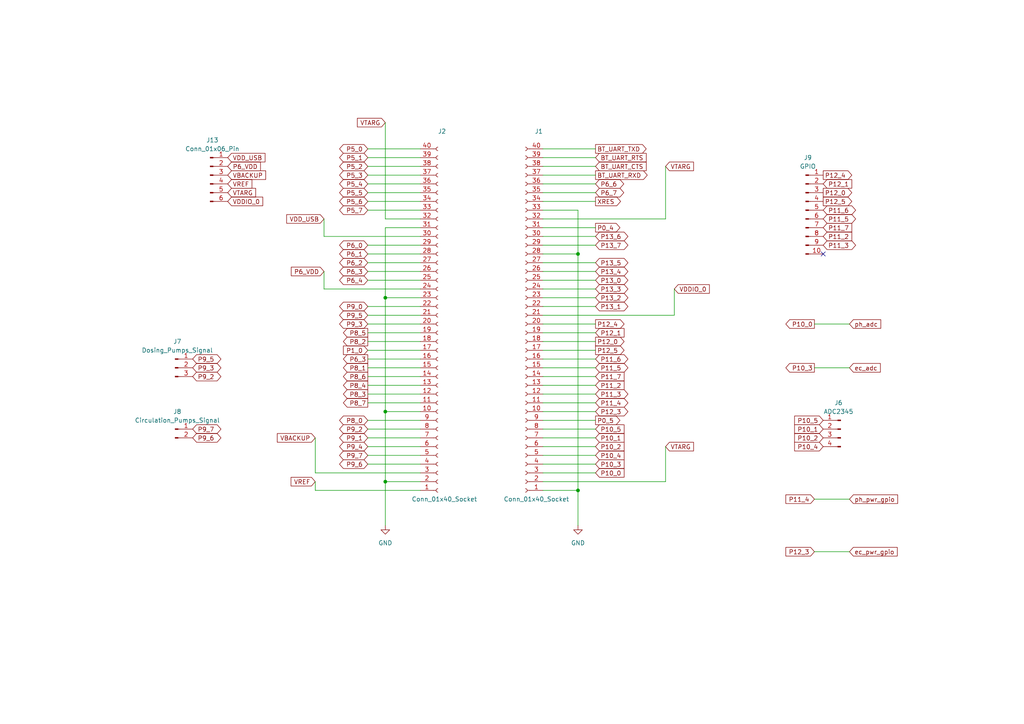
<source format=kicad_sch>
(kicad_sch (version 20230121) (generator eeschema)
  (paper "A4")
  (lib_symbols
    (symbol "Connector:Conn_01x02_Pin" (pin_names (offset 1.016) hide)
      (property "Reference" "J" (at 0 2.54 0))
      (property "Value" "Conn_01x02_Pin" (at 0 -5.08 0))
      (symbol "Conn_01x02_Pin_1_1"
        (polyline (pts (xy 1.27 -2.54) (xy 0.8636 -2.54)) (stroke (width 0.1524)))
        (polyline (pts (xy 1.27 0) (xy 0.8636 0)) (stroke (width 0.1524)))
        (rectangle (start 0.8636 -2.413) (end 0 -2.667) (stroke (width 0.1524)) (fill (type outline)))
        (rectangle (start 0.8636 0.127) (end 0 -0.127) (stroke (width 0.1524)) (fill (type outline)))
        (pin passive line (at 5.08 0 180) (length 3.81) (name "Pin_1") (number "1"))
        (pin passive line (at 5.08 -2.54 180) (length 3.81) (name "Pin_2") (number "2"))
      )
    )
    (symbol "Connector:Conn_01x03_Pin" (pin_names (offset 1.016) hide)
      (property "Reference" "J" (at 0 5.08 0))
      (property "Value" "Conn_01x03_Pin" (at 0 -5.08 0))
      (symbol "Conn_01x03_Pin_1_1"
        (polyline (pts (xy 1.27 -2.54) (xy 0.8636 -2.54)) (stroke (width 0.1524)))
        (polyline (pts (xy 1.27 0) (xy 0.8636 0)) (stroke (width 0.1524)))
        (polyline (pts (xy 1.27 2.54) (xy 0.8636 2.54)) (stroke (width 0.1524)))
        (rectangle (start 0.8636 -2.413) (end 0 -2.667) (stroke (width 0.1524)) (fill (type outline)))
        (rectangle (start 0.8636 0.127) (end 0 -0.127) (stroke (width 0.1524)) (fill (type outline)))
        (rectangle (start 0.8636 2.667) (end 0 2.413) (stroke (width 0.1524)) (fill (type outline)))
        (pin passive line (at 5.08 2.54 180) (length 3.81) (name "Pin_1") (number "1"))
        (pin passive line (at 5.08 0 180) (length 3.81) (name "Pin_2") (number "2"))
        (pin passive line (at 5.08 -2.54 180) (length 3.81) (name "Pin_3") (number "3"))
      )
    )
    (symbol "Connector:Conn_01x04_Pin" (pin_names (offset 1.016) hide)
      (property "Reference" "J" (at 0 5.08 0))
      (property "Value" "Conn_01x04_Pin" (at 0 -7.62 0))
      (symbol "Conn_01x04_Pin_1_1"
        (polyline (pts (xy 1.27 -5.08) (xy 0.8636 -5.08)) (stroke (width 0.1524)))
        (polyline (pts (xy 1.27 -2.54) (xy 0.8636 -2.54)) (stroke (width 0.1524)))
        (polyline (pts (xy 1.27 0) (xy 0.8636 0)) (stroke (width 0.1524)))
        (polyline (pts (xy 1.27 2.54) (xy 0.8636 2.54)) (stroke (width 0.1524)))
        (rectangle (start 0.8636 -4.953) (end 0 -5.207) (stroke (width 0.1524)) (fill (type outline)))
        (rectangle (start 0.8636 -2.413) (end 0 -2.667) (stroke (width 0.1524)) (fill (type outline)))
        (rectangle (start 0.8636 0.127) (end 0 -0.127) (stroke (width 0.1524)) (fill (type outline)))
        (rectangle (start 0.8636 2.667) (end 0 2.413) (stroke (width 0.1524)) (fill (type outline)))
        (pin passive line (at 5.08 2.54 180) (length 3.81) (name "Pin_1") (number "1"))
        (pin passive line (at 5.08 0 180) (length 3.81) (name "Pin_2") (number "2"))
        (pin passive line (at 5.08 -2.54 180) (length 3.81) (name "Pin_3") (number "3"))
        (pin passive line (at 5.08 -5.08 180) (length 3.81) (name "Pin_4") (number "4"))
      )
    )
    (symbol "Connector:Conn_01x06_Pin" (pin_names (offset 1.016) hide)
      (property "Reference" "J" (at 0 7.62 0))
      (property "Value" "Conn_01x06_Pin" (at 0 -10.16 0))
      (symbol "Conn_01x06_Pin_1_1"
        (polyline (pts (xy 1.27 -7.62) (xy 0.8636 -7.62)) (stroke (width 0.1524)))
        (polyline (pts (xy 1.27 -5.08) (xy 0.8636 -5.08)) (stroke (width 0.1524)))
        (polyline (pts (xy 1.27 -2.54) (xy 0.8636 -2.54)) (stroke (width 0.1524)))
        (polyline (pts (xy 1.27 0) (xy 0.8636 0)) (stroke (width 0.1524)))
        (polyline (pts (xy 1.27 2.54) (xy 0.8636 2.54)) (stroke (width 0.1524)))
        (polyline (pts (xy 1.27 5.08) (xy 0.8636 5.08)) (stroke (width 0.1524)))
        (rectangle (start 0.8636 -7.493) (end 0 -7.747) (stroke (width 0.1524)) (fill (type outline)))
        (rectangle (start 0.8636 -4.953) (end 0 -5.207) (stroke (width 0.1524)) (fill (type outline)))
        (rectangle (start 0.8636 -2.413) (end 0 -2.667) (stroke (width 0.1524)) (fill (type outline)))
        (rectangle (start 0.8636 0.127) (end 0 -0.127) (stroke (width 0.1524)) (fill (type outline)))
        (rectangle (start 0.8636 2.667) (end 0 2.413) (stroke (width 0.1524)) (fill (type outline)))
        (rectangle (start 0.8636 5.207) (end 0 4.953) (stroke (width 0.1524)) (fill (type outline)))
        (pin passive line (at 5.08 5.08 180) (length 3.81) (name "Pin_1") (number "1"))
        (pin passive line (at 5.08 2.54 180) (length 3.81) (name "Pin_2") (number "2"))
        (pin passive line (at 5.08 0 180) (length 3.81) (name "Pin_3") (number "3"))
        (pin passive line (at 5.08 -2.54 180) (length 3.81) (name "Pin_4") (number "4"))
        (pin passive line (at 5.08 -5.08 180) (length 3.81) (name "Pin_5") (number "5"))
        (pin passive line (at 5.08 -7.62 180) (length 3.81) (name "Pin_6") (number "6"))
      )
    )
    (symbol "Connector:Conn_01x10_Pin" (pin_names (offset 1.016) hide)
      (property "Reference" "J" (at 0 12.7 0))
      (property "Value" "Conn_01x10_Pin" (at 0 -15.24 0))
      (symbol "Conn_01x10_Pin_1_1"
        (polyline (pts (xy 1.27 -12.7) (xy 0.8636 -12.7)) (stroke (width 0.1524)))
        (polyline (pts (xy 1.27 -10.16) (xy 0.8636 -10.16)) (stroke (width 0.1524)))
        (polyline (pts (xy 1.27 -7.62) (xy 0.8636 -7.62)) (stroke (width 0.1524)))
        (polyline (pts (xy 1.27 -5.08) (xy 0.8636 -5.08)) (stroke (width 0.1524)))
        (polyline (pts (xy 1.27 -2.54) (xy 0.8636 -2.54)) (stroke (width 0.1524)))
        (polyline (pts (xy 1.27 0) (xy 0.8636 0)) (stroke (width 0.1524)))
        (polyline (pts (xy 1.27 2.54) (xy 0.8636 2.54)) (stroke (width 0.1524)))
        (polyline (pts (xy 1.27 5.08) (xy 0.8636 5.08)) (stroke (width 0.1524)))
        (polyline (pts (xy 1.27 7.62) (xy 0.8636 7.62)) (stroke (width 0.1524)))
        (polyline (pts (xy 1.27 10.16) (xy 0.8636 10.16)) (stroke (width 0.1524)))
        (rectangle (start 0.8636 -12.573) (end 0 -12.827) (stroke (width 0.1524)) (fill (type outline)))
        (rectangle (start 0.8636 -10.033) (end 0 -10.287) (stroke (width 0.1524)) (fill (type outline)))
        (rectangle (start 0.8636 -7.493) (end 0 -7.747) (stroke (width 0.1524)) (fill (type outline)))
        (rectangle (start 0.8636 -4.953) (end 0 -5.207) (stroke (width 0.1524)) (fill (type outline)))
        (rectangle (start 0.8636 -2.413) (end 0 -2.667) (stroke (width 0.1524)) (fill (type outline)))
        (rectangle (start 0.8636 0.127) (end 0 -0.127) (stroke (width 0.1524)) (fill (type outline)))
        (rectangle (start 0.8636 2.667) (end 0 2.413) (stroke (width 0.1524)) (fill (type outline)))
        (rectangle (start 0.8636 5.207) (end 0 4.953) (stroke (width 0.1524)) (fill (type outline)))
        (rectangle (start 0.8636 7.747) (end 0 7.493) (stroke (width 0.1524)) (fill (type outline)))
        (rectangle (start 0.8636 10.287) (end 0 10.033) (stroke (width 0.1524)) (fill (type outline)))
        (pin passive line (at 5.08 10.16 180) (length 3.81) (name "Pin_1") (number "1"))
        (pin passive line (at 5.08 -12.7 180) (length 3.81) (name "Pin_10") (number "10"))
        (pin passive line (at 5.08 7.62 180) (length 3.81) (name "Pin_2") (number "2"))
        (pin passive line (at 5.08 5.08 180) (length 3.81) (name "Pin_3") (number "3"))
        (pin passive line (at 5.08 2.54 180) (length 3.81) (name "Pin_4") (number "4"))
        (pin passive line (at 5.08 0 180) (length 3.81) (name "Pin_5") (number "5"))
        (pin passive line (at 5.08 -2.54 180) (length 3.81) (name "Pin_6") (number "6"))
        (pin passive line (at 5.08 -5.08 180) (length 3.81) (name "Pin_7") (number "7"))
        (pin passive line (at 5.08 -7.62 180) (length 3.81) (name "Pin_8") (number "8"))
        (pin passive line (at 5.08 -10.16 180) (length 3.81) (name "Pin_9") (number "9"))
      )
    )
    (symbol "Connector:Conn_01x40_Socket" (pin_names (offset 1.016) hide)
      (property "Reference" "J" (at 0 50.8 0))
      (property "Value" "Conn_01x40_Socket" (at 0 -53.34 0))
      (symbol "Conn_01x40_Socket_1_1"
        (arc (start 0 -50.292) (mid -0.5058 -50.8) (end 0 -51.308) (stroke (width 0.1524)))
        (arc (start 0 -47.752) (mid -0.5058 -48.26) (end 0 -48.768) (stroke (width 0.1524)))
        (arc (start 0 -45.212) (mid -0.5058 -45.72) (end 0 -46.228) (stroke (width 0.1524)))
        (arc (start 0 -42.672) (mid -0.5058 -43.18) (end 0 -43.688) (stroke (width 0.1524)))
        (arc (start 0 -40.132) (mid -0.5058 -40.64) (end 0 -41.148) (stroke (width 0.1524)))
        (arc (start 0 -37.592) (mid -0.5058 -38.1) (end 0 -38.608) (stroke (width 0.1524)))
        (arc (start 0 -35.052) (mid -0.5058 -35.56) (end 0 -36.068) (stroke (width 0.1524)))
        (arc (start 0 -32.512) (mid -0.5058 -33.02) (end 0 -33.528) (stroke (width 0.1524)))
        (arc (start 0 -29.972) (mid -0.5058 -30.48) (end 0 -30.988) (stroke (width 0.1524)))
        (arc (start 0 -27.432) (mid -0.5058 -27.94) (end 0 -28.448) (stroke (width 0.1524)))
        (arc (start 0 -24.892) (mid -0.5058 -25.4) (end 0 -25.908) (stroke (width 0.1524)))
        (arc (start 0 -22.352) (mid -0.5058 -22.86) (end 0 -23.368) (stroke (width 0.1524)))
        (arc (start 0 -19.812) (mid -0.5058 -20.32) (end 0 -20.828) (stroke (width 0.1524)))
        (arc (start 0 -17.272) (mid -0.5058 -17.78) (end 0 -18.288) (stroke (width 0.1524)))
        (arc (start 0 -14.732) (mid -0.5058 -15.24) (end 0 -15.748) (stroke (width 0.1524)))
        (arc (start 0 -12.192) (mid -0.5058 -12.7) (end 0 -13.208) (stroke (width 0.1524)))
        (arc (start 0 -9.652) (mid -0.5058 -10.16) (end 0 -10.668) (stroke (width 0.1524)))
        (arc (start 0 -7.112) (mid -0.5058 -7.62) (end 0 -8.128) (stroke (width 0.1524)))
        (arc (start 0 -4.572) (mid -0.5058 -5.08) (end 0 -5.588) (stroke (width 0.1524)))
        (arc (start 0 -2.032) (mid -0.5058 -2.54) (end 0 -3.048) (stroke (width 0.1524)))
        (polyline (pts (xy -1.27 -50.8) (xy -0.508 -50.8)) (stroke (width 0.1524)))
        (polyline (pts (xy -1.27 -48.26) (xy -0.508 -48.26)) (stroke (width 0.1524)))
        (polyline (pts (xy -1.27 -45.72) (xy -0.508 -45.72)) (stroke (width 0.1524)))
        (polyline (pts (xy -1.27 -43.18) (xy -0.508 -43.18)) (stroke (width 0.1524)))
        (polyline (pts (xy -1.27 -40.64) (xy -0.508 -40.64)) (stroke (width 0.1524)))
        (polyline (pts (xy -1.27 -38.1) (xy -0.508 -38.1)) (stroke (width 0.1524)))
        (polyline (pts (xy -1.27 -35.56) (xy -0.508 -35.56)) (stroke (width 0.1524)))
        (polyline (pts (xy -1.27 -33.02) (xy -0.508 -33.02)) (stroke (width 0.1524)))
        (polyline (pts (xy -1.27 -30.48) (xy -0.508 -30.48)) (stroke (width 0.1524)))
        (polyline (pts (xy -1.27 -27.94) (xy -0.508 -27.94)) (stroke (width 0.1524)))
        (polyline (pts (xy -1.27 -25.4) (xy -0.508 -25.4)) (stroke (width 0.1524)))
        (polyline (pts (xy -1.27 -22.86) (xy -0.508 -22.86)) (stroke (width 0.1524)))
        (polyline (pts (xy -1.27 -20.32) (xy -0.508 -20.32)) (stroke (width 0.1524)))
        (polyline (pts (xy -1.27 -17.78) (xy -0.508 -17.78)) (stroke (width 0.1524)))
        (polyline (pts (xy -1.27 -15.24) (xy -0.508 -15.24)) (stroke (width 0.1524)))
        (polyline (pts (xy -1.27 -12.7) (xy -0.508 -12.7)) (stroke (width 0.1524)))
        (polyline (pts (xy -1.27 -10.16) (xy -0.508 -10.16)) (stroke (width 0.1524)))
        (polyline (pts (xy -1.27 -7.62) (xy -0.508 -7.62)) (stroke (width 0.1524)))
        (polyline (pts (xy -1.27 -5.08) (xy -0.508 -5.08)) (stroke (width 0.1524)))
        (polyline (pts (xy -1.27 -2.54) (xy -0.508 -2.54)) (stroke (width 0.1524)))
        (polyline (pts (xy -1.27 0) (xy -0.508 0)) (stroke (width 0.1524)))
        (polyline (pts (xy -1.27 2.54) (xy -0.508 2.54)) (stroke (width 0.1524)))
        (polyline (pts (xy -1.27 5.08) (xy -0.508 5.08)) (stroke (width 0.1524)))
        (polyline (pts (xy -1.27 7.62) (xy -0.508 7.62)) (stroke (width 0.1524)))
        (polyline (pts (xy -1.27 10.16) (xy -0.508 10.16)) (stroke (width 0.1524)))
        (polyline (pts (xy -1.27 12.7) (xy -0.508 12.7)) (stroke (width 0.1524)))
        (polyline (pts (xy -1.27 15.24) (xy -0.508 15.24)) (stroke (width 0.1524)))
        (polyline (pts (xy -1.27 17.78) (xy -0.508 17.78)) (stroke (width 0.1524)))
        (polyline (pts (xy -1.27 20.32) (xy -0.508 20.32)) (stroke (width 0.1524)))
        (polyline (pts (xy -1.27 22.86) (xy -0.508 22.86)) (stroke (width 0.1524)))
        (polyline (pts (xy -1.27 25.4) (xy -0.508 25.4)) (stroke (width 0.1524)))
        (polyline (pts (xy -1.27 27.94) (xy -0.508 27.94)) (stroke (width 0.1524)))
        (polyline (pts (xy -1.27 30.48) (xy -0.508 30.48)) (stroke (width 0.1524)))
        (polyline (pts (xy -1.27 33.02) (xy -0.508 33.02)) (stroke (width 0.1524)))
        (polyline (pts (xy -1.27 35.56) (xy -0.508 35.56)) (stroke (width 0.1524)))
        (polyline (pts (xy -1.27 38.1) (xy -0.508 38.1)) (stroke (width 0.1524)))
        (polyline (pts (xy -1.27 40.64) (xy -0.508 40.64)) (stroke (width 0.1524)))
        (polyline (pts (xy -1.27 43.18) (xy -0.508 43.18)) (stroke (width 0.1524)))
        (polyline (pts (xy -1.27 45.72) (xy -0.508 45.72)) (stroke (width 0.1524)))
        (polyline (pts (xy -1.27 48.26) (xy -0.508 48.26)) (stroke (width 0.1524)))
        (arc (start 0 0.508) (mid -0.5058 0) (end 0 -0.508) (stroke (width 0.1524)))
        (arc (start 0 3.048) (mid -0.5058 2.54) (end 0 2.032) (stroke (width 0.1524)))
        (arc (start 0 5.588) (mid -0.5058 5.08) (end 0 4.572) (stroke (width 0.1524)))
        (arc (start 0 8.128) (mid -0.5058 7.62) (end 0 7.112) (stroke (width 0.1524)))
        (arc (start 0 10.668) (mid -0.5058 10.16) (end 0 9.652) (stroke (width 0.1524)))
        (arc (start 0 13.208) (mid -0.5058 12.7) (end 0 12.192) (stroke (width 0.1524)))
        (arc (start 0 15.748) (mid -0.5058 15.24) (end 0 14.732) (stroke (width 0.1524)))
        (arc (start 0 18.288) (mid -0.5058 17.78) (end 0 17.272) (stroke (width 0.1524)))
        (arc (start 0 20.828) (mid -0.5058 20.32) (end 0 19.812) (stroke (width 0.1524)))
        (arc (start 0 23.368) (mid -0.5058 22.86) (end 0 22.352) (stroke (width 0.1524)))
        (arc (start 0 25.908) (mid -0.5058 25.4) (end 0 24.892) (stroke (width 0.1524)))
        (arc (start 0 28.448) (mid -0.5058 27.94) (end 0 27.432) (stroke (width 0.1524)))
        (arc (start 0 30.988) (mid -0.5058 30.48) (end 0 29.972) (stroke (width 0.1524)))
        (arc (start 0 33.528) (mid -0.5058 33.02) (end 0 32.512) (stroke (width 0.1524)))
        (arc (start 0 36.068) (mid -0.5058 35.56) (end 0 35.052) (stroke (width 0.1524)))
        (arc (start 0 38.608) (mid -0.5058 38.1) (end 0 37.592) (stroke (width 0.1524)))
        (arc (start 0 41.148) (mid -0.5058 40.64) (end 0 40.132) (stroke (width 0.1524)))
        (arc (start 0 43.688) (mid -0.5058 43.18) (end 0 42.672) (stroke (width 0.1524)))
        (arc (start 0 46.228) (mid -0.5058 45.72) (end 0 45.212) (stroke (width 0.1524)))
        (arc (start 0 48.768) (mid -0.5058 48.26) (end 0 47.752) (stroke (width 0.1524)))
        (pin passive line (at -5.08 48.26 0) (length 3.81) (name "Pin_1") (number "1"))
        (pin passive line (at -5.08 25.4 0) (length 3.81) (name "Pin_10") (number "10"))
        (pin passive line (at -5.08 22.86 0) (length 3.81) (name "Pin_11") (number "11"))
        (pin passive line (at -5.08 20.32 0) (length 3.81) (name "Pin_12") (number "12"))
        (pin passive line (at -5.08 17.78 0) (length 3.81) (name "Pin_13") (number "13"))
        (pin passive line (at -5.08 15.24 0) (length 3.81) (name "Pin_14") (number "14"))
        (pin passive line (at -5.08 12.7 0) (length 3.81) (name "Pin_15") (number "15"))
        (pin passive line (at -5.08 10.16 0) (length 3.81) (name "Pin_16") (number "16"))
        (pin passive line (at -5.08 7.62 0) (length 3.81) (name "Pin_17") (number "17"))
        (pin passive line (at -5.08 5.08 0) (length 3.81) (name "Pin_18") (number "18"))
        (pin passive line (at -5.08 2.54 0) (length 3.81) (name "Pin_19") (number "19"))
        (pin passive line (at -5.08 45.72 0) (length 3.81) (name "Pin_2") (number "2"))
        (pin passive line (at -5.08 0 0) (length 3.81) (name "Pin_20") (number "20"))
        (pin passive line (at -5.08 -2.54 0) (length 3.81) (name "Pin_21") (number "21"))
        (pin passive line (at -5.08 -5.08 0) (length 3.81) (name "Pin_22") (number "22"))
        (pin passive line (at -5.08 -7.62 0) (length 3.81) (name "Pin_23") (number "23"))
        (pin passive line (at -5.08 -10.16 0) (length 3.81) (name "Pin_24") (number "24"))
        (pin passive line (at -5.08 -12.7 0) (length 3.81) (name "Pin_25") (number "25"))
        (pin passive line (at -5.08 -15.24 0) (length 3.81) (name "Pin_26") (number "26"))
        (pin passive line (at -5.08 -17.78 0) (length 3.81) (name "Pin_27") (number "27"))
        (pin passive line (at -5.08 -20.32 0) (length 3.81) (name "Pin_28") (number "28"))
        (pin passive line (at -5.08 -22.86 0) (length 3.81) (name "Pin_29") (number "29"))
        (pin passive line (at -5.08 43.18 0) (length 3.81) (name "Pin_3") (number "3"))
        (pin passive line (at -5.08 -25.4 0) (length 3.81) (name "Pin_30") (number "30"))
        (pin passive line (at -5.08 -27.94 0) (length 3.81) (name "Pin_31") (number "31"))
        (pin passive line (at -5.08 -30.48 0) (length 3.81) (name "Pin_32") (number "32"))
        (pin passive line (at -5.08 -33.02 0) (length 3.81) (name "Pin_33") (number "33"))
        (pin passive line (at -5.08 -35.56 0) (length 3.81) (name "Pin_34") (number "34"))
        (pin passive line (at -5.08 -38.1 0) (length 3.81) (name "Pin_35") (number "35"))
        (pin passive line (at -5.08 -40.64 0) (length 3.81) (name "Pin_36") (number "36"))
        (pin passive line (at -5.08 -43.18 0) (length 3.81) (name "Pin_37") (number "37"))
        (pin passive line (at -5.08 -45.72 0) (length 3.81) (name "Pin_38") (number "38"))
        (pin passive line (at -5.08 -48.26 0) (length 3.81) (name "Pin_39") (number "39"))
        (pin passive line (at -5.08 40.64 0) (length 3.81) (name "Pin_4") (number "4"))
        (pin passive line (at -5.08 -50.8 0) (length 3.81) (name "Pin_40") (number "40"))
        (pin passive line (at -5.08 38.1 0) (length 3.81) (name "Pin_5") (number "5"))
        (pin passive line (at -5.08 35.56 0) (length 3.81) (name "Pin_6") (number "6"))
        (pin passive line (at -5.08 33.02 0) (length 3.81) (name "Pin_7") (number "7"))
        (pin passive line (at -5.08 30.48 0) (length 3.81) (name "Pin_8") (number "8"))
        (pin passive line (at -5.08 27.94 0) (length 3.81) (name "Pin_9") (number "9"))
      )
    )
    (symbol "power:GND" (power) (pin_names (offset 0))
      (property "Value" "GND" (at 0 -3.81 0))
      (symbol "GND_0_1"
        (polyline (pts (xy 0 0) (xy 0 -1.27) (xy 1.27 -1.27) (xy 0 -2.54) (xy -1.27 -1.27) (xy 0 -1.27)))
      )
      (symbol "GND_1_1"
        (pin power_in line (at 0 0 270) (length 0) hide (name "GND") (number "1"))
      )
    )
  )
  (junction (at 111.76 139.7))
  (junction (at 167.64 142.24))
  (junction (at 111.76 86.36))
  (junction (at 167.64 73.66))
  (junction (at 111.76 119.38))
  (no_connect (at 238.76 73.66))
  (wire (pts (xy 106.68 45.72) (xy 121.92 45.72)))
  (wire (pts (xy 167.64 142.24) (xy 167.64 152.4)))
  (wire (pts (xy 91.44 137.16) (xy 121.92 137.16)))
  (wire (pts (xy 172.72 111.76) (xy 157.48 111.76)))
  (wire (pts (xy 195.58 91.44) (xy 157.48 91.44)))
  (wire (pts (xy 106.68 104.14) (xy 121.92 104.14)))
  (wire (pts (xy 106.68 121.92) (xy 121.92 121.92)))
  (wire (pts (xy 106.68 76.2) (xy 121.92 76.2)))
  (wire (pts (xy 172.72 127) (xy 157.48 127)))
  (wire (pts (xy 106.68 50.8) (xy 121.92 50.8)))
  (wire (pts (xy 157.48 93.98) (xy 172.72 93.98)))
  (wire (pts (xy 157.48 73.66) (xy 167.64 73.66)))
  (wire (pts (xy 157.48 81.28) (xy 172.72 81.28)))
  (wire (pts (xy 172.72 132.08) (xy 157.48 132.08)))
  (wire (pts (xy 167.64 73.66) (xy 167.64 142.24)))
  (wire (pts (xy 91.44 127) (xy 91.44 137.16)))
  (wire (pts (xy 106.68 124.46) (xy 121.92 124.46)))
  (wire (pts (xy 93.98 63.5) (xy 93.98 68.58)))
  (wire (pts (xy 106.68 91.44) (xy 121.92 91.44)))
  (wire (pts (xy 121.92 66.04) (xy 111.76 66.04)))
  (wire (pts (xy 172.72 114.3) (xy 157.48 114.3)))
  (wire (pts (xy 106.68 73.66) (xy 121.92 73.66)))
  (wire (pts (xy 111.76 66.04) (xy 111.76 86.36)))
  (wire (pts (xy 106.68 71.12) (xy 121.92 71.12)))
  (wire (pts (xy 193.04 129.54) (xy 193.04 139.7)))
  (wire (pts (xy 111.76 119.38) (xy 121.92 119.38)))
  (wire (pts (xy 106.68 48.26) (xy 121.92 48.26)))
  (wire (pts (xy 193.04 139.7) (xy 157.48 139.7)))
  (wire (pts (xy 157.48 78.74) (xy 172.72 78.74)))
  (wire (pts (xy 106.68 88.9) (xy 121.92 88.9)))
  (wire (pts (xy 111.76 139.7) (xy 111.76 152.4)))
  (wire (pts (xy 172.72 119.38) (xy 157.48 119.38)))
  (wire (pts (xy 93.98 68.58) (xy 121.92 68.58)))
  (wire (pts (xy 106.68 129.54) (xy 121.92 129.54)))
  (wire (pts (xy 106.68 114.3) (xy 121.92 114.3)))
  (wire (pts (xy 106.68 53.34) (xy 121.92 53.34)))
  (wire (pts (xy 236.22 106.68) (xy 246.38 106.68)))
  (wire (pts (xy 106.68 111.76) (xy 121.92 111.76)))
  (wire (pts (xy 106.68 60.96) (xy 121.92 60.96)))
  (wire (pts (xy 172.72 109.22) (xy 157.48 109.22)))
  (wire (pts (xy 111.76 35.56) (xy 111.76 63.5)))
  (wire (pts (xy 172.72 134.62) (xy 157.48 134.62)))
  (wire (pts (xy 106.68 132.08) (xy 121.92 132.08)))
  (wire (pts (xy 157.48 50.8) (xy 172.72 50.8)))
  (wire (pts (xy 157.48 86.36) (xy 172.72 86.36)))
  (wire (pts (xy 172.72 121.92) (xy 157.48 121.92)))
  (wire (pts (xy 195.58 83.82) (xy 195.58 91.44)))
  (wire (pts (xy 157.48 76.2) (xy 172.72 76.2)))
  (wire (pts (xy 172.72 137.16) (xy 157.48 137.16)))
  (wire (pts (xy 106.68 116.84) (xy 121.92 116.84)))
  (wire (pts (xy 106.68 78.74) (xy 121.92 78.74)))
  (wire (pts (xy 236.22 144.78) (xy 246.38 144.78)))
  (wire (pts (xy 193.04 48.26) (xy 193.04 63.5)))
  (wire (pts (xy 106.68 109.22) (xy 121.92 109.22)))
  (wire (pts (xy 106.68 96.52) (xy 121.92 96.52)))
  (wire (pts (xy 106.68 134.62) (xy 121.92 134.62)))
  (wire (pts (xy 157.48 60.96) (xy 167.64 60.96)))
  (wire (pts (xy 111.76 63.5) (xy 121.92 63.5)))
  (wire (pts (xy 172.72 116.84) (xy 157.48 116.84)))
  (wire (pts (xy 111.76 86.36) (xy 111.76 119.38)))
  (wire (pts (xy 157.48 58.42) (xy 172.72 58.42)))
  (wire (pts (xy 236.22 93.98) (xy 246.38 93.98)))
  (wire (pts (xy 172.72 129.54) (xy 157.48 129.54)))
  (wire (pts (xy 111.76 86.36) (xy 121.92 86.36)))
  (wire (pts (xy 106.68 55.88) (xy 121.92 55.88)))
  (wire (pts (xy 93.98 78.74) (xy 93.98 83.82)))
  (wire (pts (xy 236.22 160.02) (xy 246.38 160.02)))
  (wire (pts (xy 157.48 45.72) (xy 172.72 45.72)))
  (wire (pts (xy 157.48 106.68) (xy 172.72 106.68)))
  (wire (pts (xy 157.48 83.82) (xy 172.72 83.82)))
  (wire (pts (xy 157.48 68.58) (xy 172.72 68.58)))
  (wire (pts (xy 157.48 43.18) (xy 172.72 43.18)))
  (wire (pts (xy 111.76 119.38) (xy 111.76 139.7)))
  (wire (pts (xy 157.48 55.88) (xy 172.72 55.88)))
  (wire (pts (xy 106.68 127) (xy 121.92 127)))
  (wire (pts (xy 106.68 106.68) (xy 121.92 106.68)))
  (wire (pts (xy 193.04 63.5) (xy 157.48 63.5)))
  (wire (pts (xy 157.48 66.04) (xy 172.72 66.04)))
  (wire (pts (xy 106.68 101.6) (xy 121.92 101.6)))
  (wire (pts (xy 91.44 142.24) (xy 121.92 142.24)))
  (wire (pts (xy 93.98 83.82) (xy 121.92 83.82)))
  (wire (pts (xy 157.48 99.06) (xy 172.72 99.06)))
  (wire (pts (xy 157.48 88.9) (xy 172.72 88.9)))
  (wire (pts (xy 111.76 139.7) (xy 121.92 139.7)))
  (wire (pts (xy 157.48 48.26) (xy 172.72 48.26)))
  (wire (pts (xy 106.68 58.42) (xy 121.92 58.42)))
  (wire (pts (xy 106.68 81.28) (xy 121.92 81.28)))
  (wire (pts (xy 106.68 93.98) (xy 121.92 93.98)))
  (wire (pts (xy 157.48 53.34) (xy 172.72 53.34)))
  (wire (pts (xy 91.44 139.7) (xy 91.44 142.24)))
  (wire (pts (xy 106.68 43.18) (xy 121.92 43.18)))
  (wire (pts (xy 157.48 142.24) (xy 167.64 142.24)))
  (wire (pts (xy 157.48 101.6) (xy 172.72 101.6)))
  (wire (pts (xy 172.72 124.46) (xy 157.48 124.46)))
  (wire (pts (xy 157.48 96.52) (xy 172.72 96.52)))
  (wire (pts (xy 167.64 60.96) (xy 167.64 73.66)))
  (wire (pts (xy 106.68 99.06) (xy 121.92 99.06)))
  (wire (pts (xy 157.48 104.14) (xy 172.72 104.14)))
  (wire (pts (xy 157.48 71.12) (xy 172.72 71.12)))
  (global_label "P10_2" (shape input) (at 172.72 129.54 0) (property "Intersheetrefs" "${INTERSHEET_REFS}" (effects hide)))
  (global_label "P11_2" (shape input) (at 238.76 68.58 0) (property "Intersheetrefs" "${INTERSHEET_REFS}" (effects hide)))
  (global_label "ph_adc" (shape input) (at 246.38 93.98 0) (property "Intersheetrefs" "${INTERSHEET_REFS}" (effects hide)))
  (global_label "P6_4" (shape bidirectional) (at 106.68 81.28 180) (property "Intersheetrefs" "${INTERSHEET_REFS}" (effects hide)))
  (global_label "P13_1" (shape bidirectional) (at 172.72 88.9 0) (property "Intersheetrefs" "${INTERSHEET_REFS}" (effects hide)))
  (global_label "P6_VDD" (shape input) (at 66.04 48.26 0) (property "Intersheetrefs" "${INTERSHEET_REFS}" (effects hide)))
  (global_label "P12_1" (shape input) (at 238.76 53.34 0) (property "Intersheetrefs" "${INTERSHEET_REFS}" (effects hide)))
  (global_label "P9_2" (shape bidirectional) (at 106.68 124.46 180) (property "Intersheetrefs" "${INTERSHEET_REFS}" (effects hide)))
  (global_label "P0_5" (shape output) (at 172.72 121.92 0) (property "Intersheetrefs" "${INTERSHEET_REFS}" (effects hide)))
  (global_label "P8_0" (shape bidirectional) (at 106.68 121.92 180) (property "Intersheetrefs" "${INTERSHEET_REFS}" (effects hide)))
  (global_label "P10_5" (shape input) (at 172.72 124.46 0) (property "Intersheetrefs" "${INTERSHEET_REFS}" (effects hide)))
  (global_label "P6_3" (shape output) (at 106.68 104.14 180) (property "Intersheetrefs" "${INTERSHEET_REFS}" (effects hide)))
  (global_label "BT_UART_RXD" (shape output) (at 172.72 50.8 0) (property "Intersheetrefs" "${INTERSHEET_REFS}" (effects hide)))
  (global_label "P10_5" (shape input) (at 238.76 121.92 180) (property "Intersheetrefs" "${INTERSHEET_REFS}" (effects hide)))
  (global_label "P6_1" (shape bidirectional) (at 106.68 73.66 180) (property "Intersheetrefs" "${INTERSHEET_REFS}" (effects hide)))
  (global_label "P12_3" (shape bidirectional) (at 172.72 119.38 0) (property "Intersheetrefs" "${INTERSHEET_REFS}" (effects hide)))
  (global_label "VTARG" (shape input) (at 111.76 35.56 180) (property "Intersheetrefs" "${INTERSHEET_REFS}" (effects hide)))
  (global_label "P12_0" (shape output) (at 238.76 55.88 0) (property "Intersheetrefs" "${INTERSHEET_REFS}" (effects hide)))
  (global_label "P6_7" (shape bidirectional) (at 172.72 55.88 0) (property "Intersheetrefs" "${INTERSHEET_REFS}" (effects hide)))
  (global_label "P12_4" (shape output) (at 172.72 93.98 0) (property "Intersheetrefs" "${INTERSHEET_REFS}" (effects hide)))
  (global_label "P11_5" (shape bidirectional) (at 238.76 63.5 0) (property "Intersheetrefs" "${INTERSHEET_REFS}" (effects hide)))
  (global_label "P8_6" (shape output) (at 106.68 109.22 180) (property "Intersheetrefs" "${INTERSHEET_REFS}" (effects hide)))
  (global_label "ec_adc" (shape input) (at 246.38 106.68 0) (property "Intersheetrefs" "${INTERSHEET_REFS}" (effects hide)))
  (global_label "P6_3" (shape bidirectional) (at 106.68 78.74 180) (property "Intersheetrefs" "${INTERSHEET_REFS}" (effects hide)))
  (global_label "P10_2" (shape input) (at 238.76 127 180) (property "Intersheetrefs" "${INTERSHEET_REFS}" (effects hide)))
  (global_label "P9_3" (shape bidirectional) (at 106.68 93.98 180) (property "Intersheetrefs" "${INTERSHEET_REFS}" (effects hide)))
  (global_label "P11_5" (shape bidirectional) (at 172.72 106.68 0) (property "Intersheetrefs" "${INTERSHEET_REFS}" (effects hide)))
  (global_label "P13_5" (shape bidirectional) (at 172.72 76.2 0) (property "Intersheetrefs" "${INTERSHEET_REFS}" (effects hide)))
  (global_label "P9_7" (shape bidirectional) (at 55.88 124.46 0) (property "Intersheetrefs" "${INTERSHEET_REFS}" (effects hide)))
  (global_label "P12_5" (shape output) (at 238.76 58.42 0) (property "Intersheetrefs" "${INTERSHEET_REFS}" (effects hide)))
  (global_label "VDD_USB" (shape input) (at 66.04 45.72 0) (property "Intersheetrefs" "${INTERSHEET_REFS}" (effects hide)))
  (global_label "VDDIO_0" (shape input) (at 66.04 58.42 0) (property "Intersheetrefs" "${INTERSHEET_REFS}" (effects hide)))
  (global_label "VBACKUP" (shape input) (at 91.44 127 180) (property "Intersheetrefs" "${INTERSHEET_REFS}" (effects hide)))
  (global_label "P8_7" (shape output) (at 106.68 116.84 180) (property "Intersheetrefs" "${INTERSHEET_REFS}" (effects hide)))
  (global_label "VREF" (shape input) (at 66.04 53.34 0) (property "Intersheetrefs" "${INTERSHEET_REFS}" (effects hide)))
  (global_label "P5_4" (shape bidirectional) (at 106.68 53.34 180) (property "Intersheetrefs" "${INTERSHEET_REFS}" (effects hide)))
  (global_label "P8_1" (shape output) (at 106.68 106.68 180) (property "Intersheetrefs" "${INTERSHEET_REFS}" (effects hide)))
  (global_label "P13_2" (shape bidirectional) (at 172.72 86.36 0) (property "Intersheetrefs" "${INTERSHEET_REFS}" (effects hide)))
  (global_label "VTARG" (shape input) (at 66.04 55.88 0) (property "Intersheetrefs" "${INTERSHEET_REFS}" (effects hide)))
  (global_label "P9_6" (shape bidirectional) (at 106.68 134.62 180) (property "Intersheetrefs" "${INTERSHEET_REFS}" (effects hide)))
  (global_label "P1_0" (shape input) (at 106.68 101.6 180) (property "Intersheetrefs" "${INTERSHEET_REFS}" (effects hide)))
  (global_label "VTARG" (shape input) (at 193.04 48.26 0) (property "Intersheetrefs" "${INTERSHEET_REFS}" (effects hide)))
  (global_label "VBACKUP" (shape input) (at 66.04 50.8 0) (property "Intersheetrefs" "${INTERSHEET_REFS}" (effects hide)))
  (global_label "P11_7" (shape input) (at 238.76 66.04 0) (property "Intersheetrefs" "${INTERSHEET_REFS}" (effects hide)))
  (global_label "VDDIO_0" (shape input) (at 195.58 83.82 0) (property "Intersheetrefs" "${INTERSHEET_REFS}" (effects hide)))
  (global_label "P8_4" (shape output) (at 106.68 111.76 180) (property "Intersheetrefs" "${INTERSHEET_REFS}" (effects hide)))
  (global_label "P5_3" (shape bidirectional) (at 106.68 50.8 180) (property "Intersheetrefs" "${INTERSHEET_REFS}" (effects hide)))
  (global_label "P9_0" (shape bidirectional) (at 106.68 88.9 180) (property "Intersheetrefs" "${INTERSHEET_REFS}" (effects hide)))
  (global_label "P11_7" (shape input) (at 172.72 109.22 0) (property "Intersheetrefs" "${INTERSHEET_REFS}" (effects hide)))
  (global_label "ec_pwr_gpio" (shape input) (at 246.38 160.02 0) (property "Intersheetrefs" "${INTERSHEET_REFS}" (effects hide)))
  (global_label "P8_2" (shape output) (at 106.68 99.06 180) (property "Intersheetrefs" "${INTERSHEET_REFS}" (effects hide)))
  (global_label "BT_UART_CTS" (shape input) (at 172.72 48.26 0) (property "Intersheetrefs" "${INTERSHEET_REFS}" (effects hide)))
  (global_label "P9_2" (shape bidirectional) (at 55.88 109.22 0) (property "Intersheetrefs" "${INTERSHEET_REFS}" (effects hide)))
  (global_label "P9_3" (shape bidirectional) (at 55.88 106.68 0) (property "Intersheetrefs" "${INTERSHEET_REFS}" (effects hide)))
  (global_label "P6_0" (shape bidirectional) (at 106.68 71.12 180) (property "Intersheetrefs" "${INTERSHEET_REFS}" (effects hide)))
  (global_label "P6_VDD" (shape input) (at 93.98 78.74 180) (property "Intersheetrefs" "${INTERSHEET_REFS}" (effects hide)))
  (global_label "P13_7" (shape bidirectional) (at 172.72 71.12 0) (property "Intersheetrefs" "${INTERSHEET_REFS}" (effects hide)))
  (global_label "P13_0" (shape bidirectional) (at 172.72 81.28 0) (property "Intersheetrefs" "${INTERSHEET_REFS}" (effects hide)))
  (global_label "P6_6" (shape bidirectional) (at 172.72 53.34 0) (property "Intersheetrefs" "${INTERSHEET_REFS}" (effects hide)))
  (global_label "VDD_USB" (shape input) (at 93.98 63.5 180) (property "Intersheetrefs" "${INTERSHEET_REFS}" (effects hide)))
  (global_label "P11_6" (shape bidirectional) (at 172.72 104.14 0) (property "Intersheetrefs" "${INTERSHEET_REFS}" (effects hide)))
  (global_label "P5_1" (shape bidirectional) (at 106.68 45.72 180) (property "Intersheetrefs" "${INTERSHEET_REFS}" (effects hide)))
  (global_label "P5_6" (shape bidirectional) (at 106.68 58.42 180) (property "Intersheetrefs" "${INTERSHEET_REFS}" (effects hide)))
  (global_label "P11_3" (shape bidirectional) (at 238.76 71.12 0) (property "Intersheetrefs" "${INTERSHEET_REFS}" (effects hide)))
  (global_label "P5_7" (shape bidirectional) (at 106.68 60.96 180) (property "Intersheetrefs" "${INTERSHEET_REFS}" (effects hide)))
  (global_label "P12_4" (shape output) (at 238.76 50.8 0) (property "Intersheetrefs" "${INTERSHEET_REFS}" (effects hide)))
  (global_label "P11_4" (shape input) (at 236.22 144.78 180) (property "Intersheetrefs" "${INTERSHEET_REFS}" (effects hide)))
  (global_label "VTARG" (shape input) (at 193.04 129.54 0) (property "Intersheetrefs" "${INTERSHEET_REFS}" (effects hide)))
  (global_label "P10_0" (shape output) (at 236.22 93.98 180) (property "Intersheetrefs" "${INTERSHEET_REFS}" (effects hide)))
  (global_label "P10_1" (shape input) (at 238.76 124.46 180) (property "Intersheetrefs" "${INTERSHEET_REFS}" (effects hide)))
  (global_label "P9_7" (shape bidirectional) (at 106.68 132.08 180) (property "Intersheetrefs" "${INTERSHEET_REFS}" (effects hide)))
  (global_label "P9_4" (shape bidirectional) (at 106.68 129.54 180) (property "Intersheetrefs" "${INTERSHEET_REFS}" (effects hide)))
  (global_label "P10_3" (shape input) (at 172.72 134.62 0) (property "Intersheetrefs" "${INTERSHEET_REFS}" (effects hide)))
  (global_label "P11_2" (shape input) (at 172.72 111.76 0) (property "Intersheetrefs" "${INTERSHEET_REFS}" (effects hide)))
  (global_label "P9_1" (shape bidirectional) (at 106.68 127 180) (property "Intersheetrefs" "${INTERSHEET_REFS}" (effects hide)))
  (global_label "P11_4" (shape bidirectional) (at 172.72 116.84 0) (property "Intersheetrefs" "${INTERSHEET_REFS}" (effects hide)))
  (global_label "P12_3" (shape input) (at 236.22 160.02 180) (property "Intersheetrefs" "${INTERSHEET_REFS}" (effects hide)))
  (global_label "P10_0" (shape input) (at 172.72 137.16 0) (property "Intersheetrefs" "${INTERSHEET_REFS}" (effects hide)))
  (global_label "BT_UART_RTS" (shape input) (at 172.72 45.72 0) (property "Intersheetrefs" "${INTERSHEET_REFS}" (effects hide)))
  (global_label "P10_4" (shape input) (at 238.76 129.54 180) (property "Intersheetrefs" "${INTERSHEET_REFS}" (effects hide)))
  (global_label "BT_UART_TXD" (shape output) (at 172.72 43.18 0) (property "Intersheetrefs" "${INTERSHEET_REFS}" (effects hide)))
  (global_label "P13_4" (shape bidirectional) (at 172.72 78.74 0) (property "Intersheetrefs" "${INTERSHEET_REFS}" (effects hide)))
  (global_label "P12_0" (shape output) (at 172.72 99.06 0) (property "Intersheetrefs" "${INTERSHEET_REFS}" (effects hide)))
  (global_label "P0_4" (shape output) (at 172.72 66.04 0) (property "Intersheetrefs" "${INTERSHEET_REFS}" (effects hide)))
  (global_label "P10_3" (shape output) (at 236.22 106.68 180) (property "Intersheetrefs" "${INTERSHEET_REFS}" (effects hide)))
  (global_label "P8_5" (shape output) (at 106.68 96.52 180) (property "Intersheetrefs" "${INTERSHEET_REFS}" (effects hide)))
  (global_label "P10_4" (shape input) (at 172.72 132.08 0) (property "Intersheetrefs" "${INTERSHEET_REFS}" (effects hide)))
  (global_label "P11_6" (shape bidirectional) (at 238.76 60.96 0) (property "Intersheetrefs" "${INTERSHEET_REFS}" (effects hide)))
  (global_label "VREF" (shape input) (at 91.44 139.7 180) (property "Intersheetrefs" "${INTERSHEET_REFS}" (effects hide)))
  (global_label "P13_6" (shape bidirectional) (at 172.72 68.58 0) (property "Intersheetrefs" "${INTERSHEET_REFS}" (effects hide)))
  (global_label "P8_3" (shape output) (at 106.68 114.3 180) (property "Intersheetrefs" "${INTERSHEET_REFS}" (effects hide)))
  (global_label "ph_pwr_gpio" (shape input) (at 246.38 144.78 0) (property "Intersheetrefs" "${INTERSHEET_REFS}" (effects hide)))
  (global_label "P12_1" (shape input) (at 172.72 96.52 0) (property "Intersheetrefs" "${INTERSHEET_REFS}" (effects hide)))
  (global_label "P9_5" (shape bidirectional) (at 55.88 104.14 0) (property "Intersheetrefs" "${INTERSHEET_REFS}" (effects hide)))
  (global_label "P5_2" (shape bidirectional) (at 106.68 48.26 180) (property "Intersheetrefs" "${INTERSHEET_REFS}" (effects hide)))
  (global_label "P9_6" (shape bidirectional) (at 55.88 127 0) (property "Intersheetrefs" "${INTERSHEET_REFS}" (effects hide)))
  (global_label "P11_3" (shape bidirectional) (at 172.72 114.3 0) (property "Intersheetrefs" "${INTERSHEET_REFS}" (effects hide)))
  (global_label "P5_5" (shape bidirectional) (at 106.68 55.88 180) (property "Intersheetrefs" "${INTERSHEET_REFS}" (effects hide)))
  (global_label "P6_2" (shape bidirectional) (at 106.68 76.2 180) (property "Intersheetrefs" "${INTERSHEET_REFS}" (effects hide)))
  (global_label "P5_0" (shape bidirectional) (at 106.68 43.18 180) (property "Intersheetrefs" "${INTERSHEET_REFS}" (effects hide)))
  (global_label "P12_5" (shape output) (at 172.72 101.6 0) (property "Intersheetrefs" "${INTERSHEET_REFS}" (effects hide)))
  (global_label "P9_5" (shape bidirectional) (at 106.68 91.44 180) (property "Intersheetrefs" "${INTERSHEET_REFS}" (effects hide)))
  (global_label "P13_3" (shape bidirectional) (at 172.72 83.82 0) (property "Intersheetrefs" "${INTERSHEET_REFS}" (effects hide)))
  (global_label "XRES" (shape output) (at 172.72 58.42 0) (property "Intersheetrefs" "${INTERSHEET_REFS}" (effects hide)))
  (global_label "P10_1" (shape input) (at 172.72 127 0) (property "Intersheetrefs" "${INTERSHEET_REFS}" (effects hide)))
  (symbol (lib_id "Connector:Conn_01x02_Pin") (at 50.8 124.46 0) (unit 1)
    (property "Reference" "J8" (at 51.435 119.38 0))
    (property "Value" "Circulation_Pumps_Signal" (at 51.435 121.92 0))
    (property "Footprint" "Connector_JST:JST_EH_B2B-EH-A_1x02_P2.50mm_Vertical" (effects hide))
  )
  (symbol (lib_id "Connector:Conn_01x10_Pin") (at 233.68 60.96 0) (unit 1)
    (property "Reference" "J9" (at 234.315 45.72 0))
    (property "Value" "GPIO" (at 234.315 48.26 0))
    (property "Footprint" "Connector_PinHeader_2.00mm:PinHeader_1x10_P2.00mm_Vertical" (effects hide))
  )
  (symbol (lib_id "Connector:Conn_01x40_Socket") (at 152.4 93.98 180) (unit 1)
    (property "Reference" "J1" (at 157.48 38.1 0) (effects (justify left)))
    (property "Value" "Conn_01x40_Socket" (at 165.1 144.78 0) (effects (justify left)))
    (property "Footprint" "Connector_PinSocket_2.00mm:PinSocket_1x40_P2.00mm_Vertical" (effects hide))
  )
  (symbol (lib_id "power:GND") (at 111.76 152.4 0) (unit 1)
    (property "Reference" "#PWR014" (effects hide))
    (property "Value" "GND" (at 111.76 157.48 0))
  )
  (symbol (lib_id "Connector:Conn_01x40_Socket") (at 127 93.98 0) (mirror x) (unit 1)
    (property "Reference" "J2" (at 127 38.1 0) (effects (justify left)))
    (property "Value" "Conn_01x40_Socket" (at 119.38 144.78 0) (effects (justify left)))
    (property "Footprint" "Connector_PinSocket_2.00mm:PinSocket_1x40_P2.00mm_Vertical" (effects hide))
  )
  (symbol (lib_id "Connector:Conn_01x06_Pin") (at 60.96 50.8 0) (unit 1)
    (property "Reference" "J13" (at 61.595 40.64 0))
    (property "Value" "Conn_01x06_Pin" (at 61.595 43.18 0))
    (property "Footprint" "Connector_PinHeader_2.00mm:PinHeader_1x06_P2.00mm_Vertical" (effects hide))
  )
  (symbol (lib_id "Connector:Conn_01x03_Pin") (at 50.8 106.68 0) (unit 1)
    (property "Reference" "J7" (at 51.435 99.06 0))
    (property "Value" "Dosing_Pumps_Signal" (at 51.435 101.6 0))
    (property "Footprint" "Connector_JST:JST_EH_B3B-EH-A_1x03_P2.50mm_Vertical" (effects hide))
  )
  (symbol (lib_id "power:GND") (at 167.64 152.4 0) (unit 1)
    (property "Reference" "#PWR08" (effects hide))
    (property "Value" "GND" (at 167.64 157.48 0))
  )
  (symbol (lib_id "Connector:Conn_01x04_Pin") (at 243.84 124.46 0) (mirror y) (unit 1)
    (property "Reference" "J6" (at 243.205 116.84 0))
    (property "Value" "ADC2345" (at 243.205 119.38 0))
    (property "Footprint" "Connector_PinHeader_2.00mm:PinHeader_1x04_P2.00mm_Vertical" (effects hide))
  )
)
</source>
